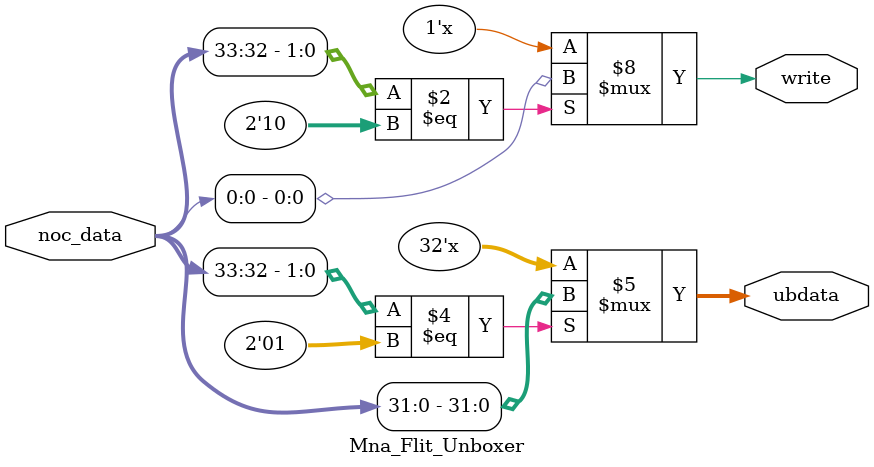
<source format=v>
`timescale 1ns / 1ps


module Mna_Flit_Unboxer(noc_data, ubdata, write);
    input [33:0] noc_data;
    output reg [31:0] ubdata;
    output reg write;
    
    always @(noc_data)
    if(noc_data[33:32] == 2'b10) begin
        write = noc_data[0];
    end
    
    always @(noc_data)
    if(noc_data[33:32] == 2'b01) begin
        ubdata <= noc_data[31:0];
    end
     
endmodule

</source>
